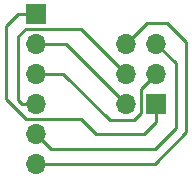
<source format=gbr>
G04 #@! TF.GenerationSoftware,KiCad,Pcbnew,(5.1.0)-1*
G04 #@! TF.CreationDate,2019-11-03T19:19:06-06:00*
G04 #@! TF.ProjectId,wenk_sao_jig,77656e6b-5f73-4616-9f5f-6a69672e6b69,rev?*
G04 #@! TF.SameCoordinates,Original*
G04 #@! TF.FileFunction,Copper,L2,Bot*
G04 #@! TF.FilePolarity,Positive*
%FSLAX46Y46*%
G04 Gerber Fmt 4.6, Leading zero omitted, Abs format (unit mm)*
G04 Created by KiCad (PCBNEW (5.1.0)-1) date 2019-11-03 19:19:06*
%MOMM*%
%LPD*%
G04 APERTURE LIST*
%ADD10R,1.700000X1.700000*%
%ADD11O,1.700000X1.700000*%
%ADD12C,0.254000*%
G04 APERTURE END LIST*
D10*
X149860000Y-101600000D03*
D11*
X147320000Y-101600000D03*
X149860000Y-99060000D03*
X147320000Y-99060000D03*
X149860000Y-96520000D03*
X147320000Y-96520000D03*
D10*
X139700000Y-93980000D03*
D11*
X139700000Y-96520000D03*
X139700000Y-99060000D03*
X139700000Y-101600000D03*
X139700000Y-104140000D03*
X139700000Y-106680000D03*
D12*
X144018000Y-98298000D02*
X147320000Y-101600000D01*
X139700000Y-96520000D02*
X142240000Y-96520000D01*
X142240000Y-96520000D02*
X144018000Y-98298000D01*
X143510000Y-95250000D02*
X147320000Y-99060000D01*
X138811000Y-95250000D02*
X143510000Y-95250000D01*
X138176000Y-95885000D02*
X138811000Y-95250000D01*
X138176000Y-101278081D02*
X138176000Y-95885000D01*
X139700000Y-101600000D02*
X138497919Y-101600000D01*
X138497919Y-101600000D02*
X138176000Y-101278081D01*
X151511000Y-98171000D02*
X149860000Y-96520000D01*
X151511000Y-103632000D02*
X151511000Y-98171000D01*
X149733000Y-105410000D02*
X151511000Y-103632000D01*
X139700000Y-104140000D02*
X140970000Y-105410000D01*
X140970000Y-105410000D02*
X149733000Y-105410000D01*
X148590000Y-100330000D02*
X149860000Y-99060000D01*
X148590000Y-102362000D02*
X148590000Y-100330000D01*
X147955000Y-102997000D02*
X148590000Y-102362000D01*
X145923000Y-102997000D02*
X147955000Y-102997000D01*
X139700000Y-99060000D02*
X141986000Y-99060000D01*
X141986000Y-99060000D02*
X145923000Y-102997000D01*
X149860000Y-103124000D02*
X149860000Y-101600000D01*
X148844000Y-104140000D02*
X149860000Y-103124000D01*
X144780000Y-104140000D02*
X148844000Y-104140000D01*
X139700000Y-93980000D02*
X138176000Y-93980000D01*
X137160000Y-94996000D02*
X137160000Y-101219000D01*
X137160000Y-101219000D02*
X138811000Y-102870000D01*
X138176000Y-93980000D02*
X137160000Y-94996000D01*
X138811000Y-102870000D02*
X143510000Y-102870000D01*
X143510000Y-102870000D02*
X144780000Y-104140000D01*
X149098000Y-94742000D02*
X147320000Y-96520000D01*
X150749000Y-94742000D02*
X149098000Y-94742000D01*
X152400000Y-96393000D02*
X150749000Y-94742000D01*
X152400000Y-104013000D02*
X152400000Y-96393000D01*
X139700000Y-106680000D02*
X149733000Y-106680000D01*
X149733000Y-106680000D02*
X152400000Y-104013000D01*
M02*

</source>
